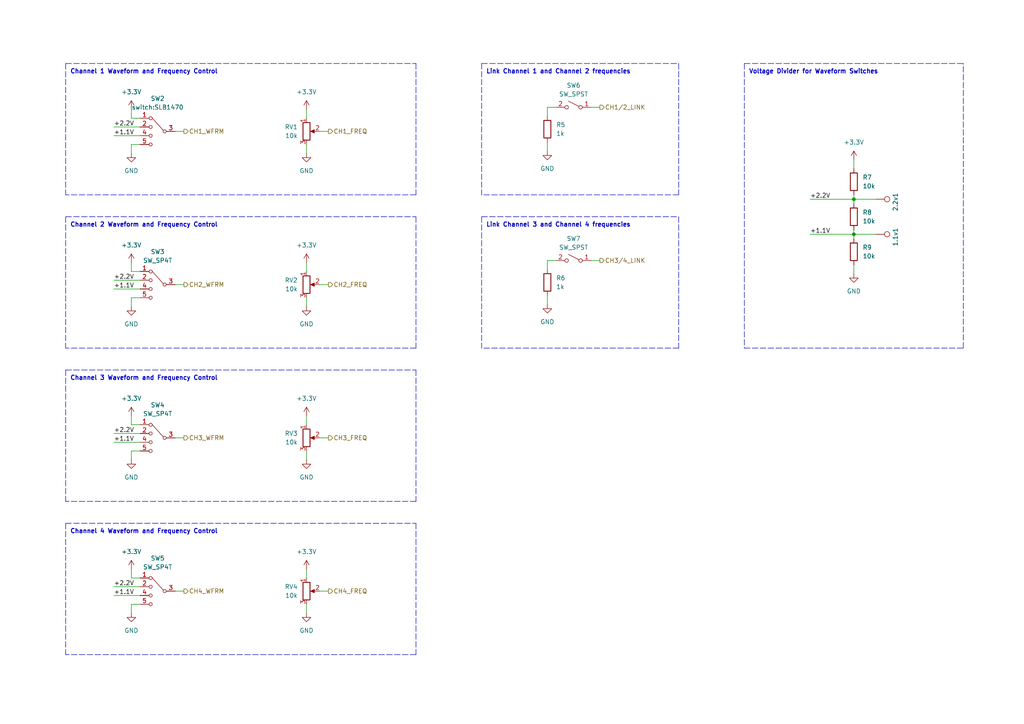
<source format=kicad_sch>
(kicad_sch (version 20231120) (generator "eeschema") (generator_version "8.0")
  (paper "A4")
  (lib_symbols
    (symbol "Connector:TestPoint" (pin_numbers hide) (pin_names (offset 0.762) hide)
      (property "Reference" "TP" (at 0 6.858 0))
      (property "Value" "TestPoint" (at 0 5.08 0))
      (symbol "TestPoint_0_1"
        (circle (center 0 3.302) (radius 0.762))
      )
      (symbol "TestPoint_1_1"
        (pin passive line (at 0 0 90) (length 2.54) (name "1") (number "1"))
      )
    )
    (symbol "Device:R" (pin_numbers hide) (pin_names (offset 0))
      (property "Reference" "R" (at 2.032 0 90))
      (property "Value" "R" (at 0 0 90))
      (symbol "R_0_1"
        (rectangle (start -1.016 -2.54) (end 1.016 2.54) (stroke (width 0.254)))
      )
      (symbol "R_1_1"
        (pin passive line (at 0 3.81 270) (length 1.27) (name "~") (number "1"))
        (pin passive line (at 0 -3.81 90) (length 1.27) (name "~") (number "2"))
      )
    )
    (symbol "Device:R_Potentiometer" (pin_names (offset 1.016) hide)
      (property "Reference" "RV" (at -4.445 0 90))
      (property "Value" "R_Potentiometer" (at -2.54 0 90))
      (symbol "R_Potentiometer_0_1"
        (polyline (pts (xy 2.54 0) (xy 1.524 0)))
        (polyline (pts (xy 1.143 0) (xy 2.286 0.508) (xy 2.286 -0.508) (xy 1.143 0)) (fill (type outline)))
        (rectangle (start 1.016 2.54) (end -1.016 -2.54) (stroke (width 0.254)))
      )
      (symbol "R_Potentiometer_1_1"
        (pin passive line (at 0 3.81 270) (length 1.27) (name "1") (number "1"))
        (pin passive line (at 3.81 0 180) (length 1.27) (name "2") (number "2"))
        (pin passive line (at 0 -3.81 90) (length 1.27) (name "3") (number "3"))
      )
    )
    (symbol "ENEL300:SW_SP4T" (pin_names (offset 0) hide)
      (property "Reference" "SW1" (at 0 8.89 0))
      (property "Value" "SW_SP4T" (at 0 6.35 0))
      (symbol "SW_SP4T_0_1"
        (circle (center -2.032 0) (radius 0.4572))
        (polyline (pts (xy -1.651 0.254) (xy 1.524 3.81)))
        (circle (center 2.032 -3.81) (radius 0.4572))
        (circle (center 2.032 -1.27) (radius 0.4572))
        (circle (center 2.032 1.27) (radius 0.4572))
        (circle (center 2.032 3.81) (radius 0.4572))
      )
      (symbol "SW_SP4T_1_1"
        (pin passive line (at 5.08 3.81 180) (length 2.54) (name "1") (number "1"))
        (pin passive line (at 5.08 1.27 180) (length 2.54) (name "2") (number "2"))
        (pin passive line (at -5.08 0 0) (length 2.54) (name "3") (number "3"))
        (pin passive line (at 5.08 -1.27 180) (length 2.54) (name "4") (number "4"))
        (pin passive line (at 5.08 -3.81 180) (length 2.54) (name "5") (number "5"))
      )
    )
    (symbol "Switch:SW_SPST" (pin_names (offset 0) hide)
      (property "Reference" "SW" (at 0 3.175 0))
      (property "Value" "SW_SPST" (at 0 -2.54 0))
      (symbol "SW_SPST_0_0"
        (circle (center -2.032 0) (radius 0.508))
        (polyline (pts (xy -1.524 0.254) (xy 1.524 1.778)))
        (circle (center 2.032 0) (radius 0.508))
      )
      (symbol "SW_SPST_1_1"
        (pin passive line (at -5.08 0 0) (length 2.54) (name "A") (number "1"))
        (pin passive line (at 5.08 0 180) (length 2.54) (name "B") (number "2"))
      )
    )
    (symbol "power:+3.3V" (power) (pin_names (offset 0))
      (property "Value" "+3.3V" (at 0 3.556 0))
      (symbol "+3.3V_0_1"
        (polyline (pts (xy -0.762 1.27) (xy 0 2.54)))
        (polyline (pts (xy 0 0) (xy 0 2.54)))
        (polyline (pts (xy 0 2.54) (xy 0.762 1.27)))
      )
      (symbol "+3.3V_1_1"
        (pin power_in line (at 0 0 90) (length 0) hide (name "+3.3V") (number "1"))
      )
    )
    (symbol "power:GND" (power) (pin_names (offset 0))
      (property "Value" "GND" (at 0 -3.81 0))
      (symbol "GND_0_1"
        (polyline (pts (xy 0 0) (xy 0 -1.27) (xy 1.27 -1.27) (xy 0 -2.54) (xy -1.27 -1.27) (xy 0 -1.27)))
      )
      (symbol "GND_1_1"
        (pin power_in line (at 0 0 270) (length 0) hide (name "GND") (number "1"))
      )
    )
  )
  (junction (at 247.65 57.785))
  (junction (at 247.65 67.945))
  (wire (pts (xy 247.65 46.355) (xy 247.65 48.895)))
  (wire (pts (xy 38.1 175.26) (xy 38.1 177.8)))
  (polyline (pts (xy 139.7 62.865) (xy 139.7 100.965)) (stroke (width 0) (type dash)))
  (polyline (pts (xy 19.05 151.765) (xy 120.65 151.765)) (stroke (width 0) (type dash)))
  (wire (pts (xy 40.64 130.81) (xy 38.1 130.81)))
  (wire (pts (xy 161.29 31.115) (xy 158.75 31.115)))
  (polyline (pts (xy 196.85 100.965) (xy 139.7 100.965)) (stroke (width 0) (type dash)))
  (wire (pts (xy 92.71 127) (xy 95.25 127)))
  (wire (pts (xy 92.71 38.1) (xy 95.25 38.1)))
  (wire (pts (xy 88.9 165.1) (xy 88.9 167.64)))
  (wire (pts (xy 53.34 171.45) (xy 50.8 171.45)))
  (wire (pts (xy 38.1 120.65) (xy 38.1 123.19)))
  (wire (pts (xy 40.64 86.36) (xy 38.1 86.36)))
  (polyline (pts (xy 139.7 62.865) (xy 196.85 62.865)) (stroke (width 0) (type dash)))
  (polyline (pts (xy 120.65 151.765) (xy 120.65 189.865)) (stroke (width 0) (type dash)))
  (wire (pts (xy 247.65 76.835) (xy 247.65 79.375)))
  (polyline (pts (xy 120.65 189.865) (xy 19.05 189.865)) (stroke (width 0) (type dash)))
  (polyline (pts (xy 19.05 107.315) (xy 19.05 145.415)) (stroke (width 0) (type dash)))
  (polyline (pts (xy 215.9 100.965) (xy 279.4 100.965)) (stroke (width 0) (type dash)))
  (polyline (pts (xy 120.65 62.865) (xy 120.65 100.965)) (stroke (width 0) (type dash)))
  (polyline (pts (xy 279.4 100.965) (xy 279.4 18.415)) (stroke (width 0) (type dash)))
  (wire (pts (xy 38.1 31.75) (xy 38.1 34.29)))
  (polyline (pts (xy 196.85 56.515) (xy 139.7 56.515)) (stroke (width 0) (type dash)))
  (wire (pts (xy 40.64 39.37) (xy 33.02 39.37)))
  (wire (pts (xy 40.64 167.64) (xy 38.1 167.64)))
  (wire (pts (xy 247.65 57.785) (xy 247.65 59.055)))
  (wire (pts (xy 92.71 171.45) (xy 95.25 171.45)))
  (polyline (pts (xy 120.65 145.415) (xy 19.05 145.415)) (stroke (width 0) (type dash)))
  (wire (pts (xy 88.9 86.36) (xy 88.9 88.9)))
  (wire (pts (xy 88.9 31.75) (xy 88.9 34.29)))
  (wire (pts (xy 40.64 81.28) (xy 33.02 81.28)))
  (wire (pts (xy 234.95 57.785) (xy 247.65 57.785)))
  (polyline (pts (xy 19.05 18.415) (xy 19.05 56.515)) (stroke (width 0) (type dash)))
  (polyline (pts (xy 139.7 18.415) (xy 139.7 56.515)) (stroke (width 0) (type dash)))
  (wire (pts (xy 40.64 123.19) (xy 38.1 123.19)))
  (wire (pts (xy 247.65 66.675) (xy 247.65 67.945)))
  (wire (pts (xy 247.65 56.515) (xy 247.65 57.785)))
  (wire (pts (xy 38.1 165.1) (xy 38.1 167.64)))
  (wire (pts (xy 40.64 36.83) (xy 33.02 36.83)))
  (wire (pts (xy 88.9 41.91) (xy 88.9 44.45)))
  (wire (pts (xy 247.65 57.785) (xy 254 57.785)))
  (polyline (pts (xy 19.05 151.765) (xy 19.05 189.865)) (stroke (width 0) (type dash)))
  (polyline (pts (xy 19.05 62.865) (xy 120.65 62.865)) (stroke (width 0) (type dash)))
  (wire (pts (xy 53.34 38.1) (xy 50.8 38.1)))
  (wire (pts (xy 171.45 31.115) (xy 173.99 31.115)))
  (wire (pts (xy 38.1 86.36) (xy 38.1 88.9)))
  (polyline (pts (xy 120.65 56.515) (xy 19.05 56.515)) (stroke (width 0) (type dash)))
  (wire (pts (xy 40.64 83.82) (xy 33.02 83.82)))
  (wire (pts (xy 158.75 41.275) (xy 158.75 43.815)))
  (polyline (pts (xy 120.65 107.315) (xy 120.65 145.415)) (stroke (width 0) (type dash)))
  (wire (pts (xy 247.65 67.945) (xy 247.65 69.215)))
  (wire (pts (xy 88.9 120.65) (xy 88.9 123.19)))
  (wire (pts (xy 158.75 75.565) (xy 158.75 78.105)))
  (wire (pts (xy 40.64 125.73) (xy 33.02 125.73)))
  (polyline (pts (xy 139.7 18.415) (xy 196.85 18.415)) (stroke (width 0) (type dash)))
  (polyline (pts (xy 215.9 18.415) (xy 215.9 100.965)) (stroke (width 0) (type dash)))
  (wire (pts (xy 171.45 75.565) (xy 173.99 75.565)))
  (wire (pts (xy 158.75 31.115) (xy 158.75 33.655)))
  (polyline (pts (xy 19.05 18.415) (xy 120.65 18.415)) (stroke (width 0) (type dash)))
  (wire (pts (xy 40.64 172.72) (xy 33.02 172.72)))
  (wire (pts (xy 40.64 175.26) (xy 38.1 175.26)))
  (wire (pts (xy 88.9 130.81) (xy 88.9 133.35)))
  (wire (pts (xy 40.64 41.91) (xy 38.1 41.91)))
  (wire (pts (xy 53.34 127) (xy 50.8 127)))
  (polyline (pts (xy 120.65 100.965) (xy 19.05 100.965)) (stroke (width 0) (type dash)))
  (wire (pts (xy 247.65 67.945) (xy 254 67.945)))
  (wire (pts (xy 234.95 67.945) (xy 247.65 67.945)))
  (polyline (pts (xy 19.05 107.315) (xy 120.65 107.315)) (stroke (width 0) (type dash)))
  (polyline (pts (xy 19.05 62.865) (xy 19.05 100.965)) (stroke (width 0) (type dash)))
  (polyline (pts (xy 215.9 18.415) (xy 279.4 18.415)) (stroke (width 0) (type dash)))
  (wire (pts (xy 88.9 76.2) (xy 88.9 78.74)))
  (polyline (pts (xy 120.65 18.415) (xy 120.65 56.515)) (stroke (width 0) (type dash)))
  (wire (pts (xy 88.9 175.26) (xy 88.9 177.8)))
  (wire (pts (xy 40.64 128.27) (xy 33.02 128.27)))
  (wire (pts (xy 53.34 82.55) (xy 50.8 82.55)))
  (wire (pts (xy 38.1 130.81) (xy 38.1 133.35)))
  (polyline (pts (xy 196.85 62.865) (xy 196.85 100.965)) (stroke (width 0) (type dash)))
  (wire (pts (xy 40.64 34.29) (xy 38.1 34.29)))
  (polyline (pts (xy 196.85 18.415) (xy 196.85 56.515)) (stroke (width 0) (type dash)))
  (wire (pts (xy 38.1 41.91) (xy 38.1 44.45)))
  (wire (pts (xy 161.29 75.565) (xy 158.75 75.565)))
  (wire (pts (xy 38.1 76.2) (xy 38.1 78.74)))
  (wire (pts (xy 92.71 82.55) (xy 95.25 82.55)))
  (wire (pts (xy 40.64 170.18) (xy 33.02 170.18)))
  (wire (pts (xy 40.64 78.74) (xy 38.1 78.74)))
  (wire (pts (xy 158.75 85.725) (xy 158.75 88.265)))
  (text "Channel 4 Waveform and Frequency Control" (at 20.32 154.94 0) (effects (font (size 1.27 1.27) (thickness 0.254) (bold yes)) (justify left bottom)))
  (text "Channel 2 Waveform and Frequency Control" (at 20.32 66.04 0) (effects (font (size 1.27 1.27) (thickness 0.254) (bold yes)) (justify left bottom)))
  (text "Link Channel 1 and Channel 2 frequencies" (at 140.97 21.59 0) (effects (font (size 1.27 1.27) (thickness 0.254) (bold yes)) (justify left bottom)))
  (text "Link Channel 3 and Channel 4 frequencies" (at 140.97 66.04 0) (effects (font (size 1.27 1.27) (thickness 0.254) (bold yes)) (justify left bottom)))
  (text "Channel 1 Waveform and Frequency Control" (at 20.32 21.59 0) (effects (font (size 1.27 1.27) (thickness 0.254) (bold yes)) (justify left bottom)))
  (text "Channel 3 Waveform and Frequency Control" (at 20.32 110.49 0) (effects (font (size 1.27 1.27) (thickness 0.254) (bold yes)) (justify left bottom)))
  (text "Voltage Divider for Waveform Switches" (at 217.17 21.59 0) (effects (font (size 1.27 1.27) (bold yes)) (justify left bottom)))
  (label "+2.2V" (at 33.02 125.73 0))
  (label "+1.1V" (at 33.02 128.27 0))
  (label "+1.1V" (at 33.02 83.82 0))
  (label "+1.1V" (at 234.95 67.945 0))
  (label "+2.2V" (at 33.02 81.28 0))
  (label "+2.2V" (at 33.02 170.18 0))
  (label "+1.1V" (at 33.02 39.37 0))
  (label "+2.2V" (at 234.95 57.785 0))
  (label "+2.2V" (at 33.02 36.83 0))
  (label "+1.1V" (at 33.02 172.72 0))
  (hierarchical_label "CH1{slash}2_LINK" (shape output) (at 173.99 31.115 0))
  (hierarchical_label "CH3_FREQ" (shape output) (at 95.25 127 0))
  (hierarchical_label "CH3_WFRM" (shape output) (at 53.34 127 0))
  (hierarchical_label "CH4_FREQ" (shape output) (at 95.25 171.45 0))
  (hierarchical_label "CH1_WFRM" (shape output) (at 53.34 38.1 0))
  (hierarchical_label "CH1_FREQ" (shape output) (at 95.25 38.1 0))
  (hierarchical_label "CH2_WFRM" (shape output) (at 53.34 82.55 0))
  (hierarchical_label "CH4_WFRM" (shape output) (at 53.34 171.45 0))
  (hierarchical_label "CH2_FREQ" (shape output) (at 95.25 82.55 0))
  (hierarchical_label "CH3{slash}4_LINK" (shape output) (at 173.99 75.565 0))
  (symbol (lib_id "power:+3.3V") (at 88.9 76.2 0) (mirror y) (unit 1)
    (property "Reference" "#PWR046" (effects (hide yes)))
    (property "Value" "+3.3V" (at 88.9 71.12 0))
    (instances (project "function_gen" (path "" (reference "#PWR046") (unit 1))) (project "ENEL300Group16" (path "" (reference "#PWR0106") (unit 1)) (path "" (reference "#PWR0176") (unit 1))) (project "function_generator" (path "" (reference "#PWR041") (unit 1))))
  )
  (symbol (lib_id "power:GND") (at 88.9 177.8 0) (mirror y) (unit 1)
    (property "Reference" "#PWR051" (effects (hide yes)))
    (property "Value" "GND" (at 88.9 182.88 0))
    (instances (project "function_gen" (path "" (reference "#PWR051") (unit 1))) (project "ENEL300Group16" (path "" (reference "#PWR0118") (unit 1)) (path "" (reference "#PWR0181") (unit 1))) (project "function_generator" (path "" (reference "#PWR046") (unit 1))))
  )
  (symbol (lib_id "ENEL300:SW_SP4T") (at 45.72 82.55 0) (mirror y) (unit 1)
    (property "Reference" "SW3" (at 45.72 73.025 0))
    (property "Value" "SW_SP4T" (at 45.72 75.565 0))
    (property "Footprint" "switch:SLB1470" (effects (hide yes)))
    (instances (project "function_gen" (path "" (reference "SW3") (unit 1))) (project "ENEL300Group16" (path "" (reference "SW5") (unit 1)) (path "" (reference "SW10") (unit 1))) (project "function_generator" (path "" (reference "SW2") (unit 1))))
  )
  (symbol (lib_id "Device:R_Potentiometer") (at 88.9 127 0) (unit 1)
    (property "Reference" "RV3" (at 86.36 125.73 0) (effects (justify right)))
    (property "Value" "10k" (at 86.36 128.27 0) (effects (justify right)))
    (property "Footprint" "Potentiometer_THT:Potentiometer_Vishay_T73YP_Vertical" (effects (hide yes)))
    (instances (project "function_gen" (path "" (reference "RV3") (unit 1))) (project "ENEL300Group16" (path "" (reference "RV10") (unit 1)) (path "" (reference "RV14") (unit 1))) (project "function_generator" (path "" (reference "RV3") (unit 1))))
  )
  (symbol (lib_id "power:+3.3V") (at 38.1 165.1 0) (mirror y) (unit 1)
    (property "Reference" "#PWR042" (effects (hide yes)))
    (property "Value" "+3.3V" (at 38.1 160.02 0))
    (instances (project "function_gen" (path "" (reference "#PWR042") (unit 1))) (project "ENEL300Group16" (path "" (reference "#PWR0115") (unit 1)) (path "" (reference "#PWR0172") (unit 1))) (project "function_generator" (path "" (reference "#PWR037") (unit 1))))
  )
  (symbol (lib_id "Switch:SW_SPST") (at 166.37 75.565 0) (mirror y) (unit 1)
    (property "Reference" "SW7" (at 166.37 69.215 0))
    (property "Value" "SW_SPST" (at 166.37 71.755 0))
    (property "Footprint" "Button_Switch_THT:SW_CuK_JS202011CQN_DPDT_Straight" (effects (hide yes)))
    (instances (project "function_gen" (path "" (reference "SW7") (unit 1))) (project "ENEL300Group16" (path "" (reference "SW4") (unit 1)) (path "" (reference "SW14") (unit 1))) (project "function_generator" (path "" (reference "SW6") (unit 1))))
  )
  (symbol (lib_id "ENEL300:SW_SP4T") (at 45.72 171.45 0) (mirror y) (unit 1)
    (property "Reference" "SW5" (at 45.72 161.925 0))
    (property "Value" "SW_SP4T" (at 45.72 164.465 0))
    (property "Footprint" "switch:SLB1470" (effects (hide yes)))
    (instances (project "function_gen" (path "" (reference "SW5") (unit 1))) (project "ENEL300Group16" (path "" (reference "SW7") (unit 1)) (path "" (reference "SW12") (unit 1))) (project "function_generator" (path "" (reference "SW4") (unit 1))))
  )
  (symbol (lib_id "power:+3.3V") (at 88.9 165.1 0) (mirror y) (unit 1)
    (property "Reference" "#PWR050" (effects (hide yes)))
    (property "Value" "+3.3V" (at 88.9 160.02 0))
    (instances (project "function_gen" (path "" (reference "#PWR050") (unit 1))) (project "ENEL300Group16" (path "" (reference "#PWR0116") (unit 1)) (path "" (reference "#PWR0180") (unit 1))) (project "function_generator" (path "" (reference "#PWR045") (unit 1))))
  )
  (symbol (lib_id "power:+3.3V") (at 88.9 120.65 0) (mirror y) (unit 1)
    (property "Reference" "#PWR048" (effects (hide yes)))
    (property "Value" "+3.3V" (at 88.9 115.57 0))
    (instances (project "function_gen" (path "" (reference "#PWR048") (unit 1))) (project "ENEL300Group16" (path "" (reference "#PWR0112") (unit 1)) (path "" (reference "#PWR0178") (unit 1))) (project "function_generator" (path "" (reference "#PWR043") (unit 1))))
  )
  (symbol (lib_id "power:GND") (at 88.9 44.45 0) (mirror y) (unit 1)
    (property "Reference" "#PWR045" (effects (hide yes)))
    (property "Value" "GND" (at 88.9 49.53 0))
    (instances (project "function_gen" (path "" (reference "#PWR045") (unit 1))) (project "ENEL300Group16" (path "" (reference "#PWR0103") (unit 1)) (path "" (reference "#PWR0175") (unit 1))) (project "function_generator" (path "" (reference "#PWR040") (unit 1))))
  )
  (symbol (lib_id "power:+3.3V") (at 38.1 76.2 0) (mirror y) (unit 1)
    (property "Reference" "#PWR038" (effects (hide yes)))
    (property "Value" "+3.3V" (at 38.1 71.12 0))
    (instances (project "function_gen" (path "" (reference "#PWR038") (unit 1))) (project "ENEL300Group16" (path "" (reference "#PWR0105") (unit 1)) (path "" (reference "#PWR0168") (unit 1))) (project "function_generator" (path "" (reference "#PWR033") (unit 1))))
  )
  (symbol (lib_id "Device:R_Potentiometer") (at 88.9 82.55 0) (unit 1)
    (property "Reference" "RV2" (at 86.36 81.28 0) (effects (justify right)))
    (property "Value" "10k" (at 86.36 83.82 0) (effects (justify right)))
    (property "Footprint" "Potentiometer_THT:Potentiometer_Vishay_T73YP_Vertical" (effects (hide yes)))
    (instances (project "function_gen" (path "" (reference "RV2") (unit 1))) (project "ENEL300Group16" (path "" (reference "RV9") (unit 1)) (path "" (reference "RV13") (unit 1))) (project "function_generator" (path "" (reference "RV2") (unit 1))))
  )
  (symbol (lib_id "Device:R") (at 158.75 37.465 0) (mirror y) (unit 1)
    (property "Reference" "R5" (at 161.29 36.195 0) (effects (justify right)))
    (property "Value" "1k" (at 161.29 38.735 0) (effects (justify right)))
    (property "Footprint" "Resistor_SMD:R_0805_2012Metric" (effects (hide yes)))
    (instances (project "function_gen" (path "" (reference "R5") (unit 1))) (project "ENEL300Group16" (path "" (reference "R54") (unit 1)) (path "" (reference "R28") (unit 1))) (project "function_generator" (path "" (reference "R3") (unit 1))))
  )
  (symbol (lib_id "Connector:TestPoint") (at 254 57.785 270) (unit 1)
    (property "Reference" "2.2v1" (at 259.715 55.88 0) (effects (justify left)))
    (property "Value" "TestPoint" (effects (hide yes)))
    (property "Footprint" "TestPoint:TestPoint_Pad_D1.5mm" (effects (hide yes)))
    (instances (project "function_gen" (path "" (reference "2.2v1") (unit 1))) (project "ENEL300Group16" (path "" (reference "TP6") (unit 1)) (path "" (reference "TP12") (unit 1))))
  )
  (symbol (lib_id "power:GND") (at 247.65 79.375 0) (unit 1)
    (property "Reference" "#PWR055" (effects (hide yes)))
    (property "Value" "GND" (at 247.65 84.455 0))
    (instances (project "function_gen" (path "" (reference "#PWR055") (unit 1))) (project "ENEL300Group16" (path "" (reference "#PWR0107") (unit 1)) (path "" (reference "#PWR0185") (unit 1))) (project "function_generator" (path "" (reference "#PWR050") (unit 1))))
  )
  (symbol (lib_id "power:GND") (at 38.1 133.35 0) (mirror y) (unit 1)
    (property "Reference" "#PWR041" (effects (hide yes)))
    (property "Value" "GND" (at 38.1 138.43 0))
    (instances (project "function_gen" (path "" (reference "#PWR041") (unit 1))) (project "ENEL300Group16" (path "" (reference "#PWR0113") (unit 1)) (path "" (reference "#PWR0171") (unit 1))) (project "function_generator" (path "" (reference "#PWR036") (unit 1))))
  )
  (symbol (lib_id "Device:R_Potentiometer") (at 88.9 38.1 0) (unit 1)
    (property "Reference" "RV1" (at 86.36 36.83 0) (effects (justify right)))
    (property "Value" "10k" (at 86.36 39.37 0) (effects (justify right)))
    (property "Footprint" "Potentiometer_THT:Potentiometer_Vishay_T73YP_Vertical" (effects (hide yes)))
    (instances (project "function_gen" (path "" (reference "RV1") (unit 1))) (project "ENEL300Group16" (path "" (reference "RV8") (unit 1)) (path "" (reference "RV12") (unit 1))) (project "function_generator" (path "" (reference "RV1") (unit 1))))
  )
  (symbol (lib_id "Switch:SW_SPST") (at 166.37 31.115 0) (mirror y) (unit 1)
    (property "Reference" "SW6" (at 166.37 24.765 0))
    (property "Value" "SW_SPST" (at 166.37 27.305 0))
    (property "Footprint" "Button_Switch_THT:SW_CuK_JS202011CQN_DPDT_Straight" (effects (hide yes)))
    (instances (project "function_gen" (path "" (reference "SW6") (unit 1))) (project "ENEL300Group16" (path "" (reference "SW2") (unit 1)) (path "" (reference "SW13") (unit 1))) (project "function_generator" (path "" (reference "SW5") (unit 1))))
  )
  (symbol (lib_id "Connector:TestPoint") (at 254 67.945 270) (unit 1)
    (property "Reference" "1.1v1" (at 259.715 66.04 0) (effects (justify left)))
    (property "Value" "TestPoint" (effects (hide yes)))
    (property "Footprint" "TestPoint:TestPoint_Pad_D1.5mm" (effects (hide yes)))
    (instances (project "function_gen" (path "" (reference "1.1v1") (unit 1))) (project "ENEL300Group16" (path "" (reference "TP6") (unit 1)) (path "" (reference "TP12") (unit 1))))
  )
  (symbol (lib_id "power:+3.3V") (at 38.1 120.65 0) (mirror y) (unit 1)
    (property "Reference" "#PWR040" (effects (hide yes)))
    (property "Value" "+3.3V" (at 38.1 115.57 0))
    (instances (project "function_gen" (path "" (reference "#PWR040") (unit 1))) (project "ENEL300Group16" (path "" (reference "#PWR0111") (unit 1)) (path "" (reference "#PWR0170") (unit 1))) (project "function_generator" (path "" (reference "#PWR035") (unit 1))))
  )
  (symbol (lib_id "ENEL300:SW_SP4T") (at 45.72 127 0) (mirror y) (unit 1)
    (property "Reference" "SW4" (at 45.72 117.475 0))
    (property "Value" "SW_SP4T" (at 45.72 120.015 0))
    (property "Footprint" "switch:SLB1470" (effects (hide yes)))
    (instances (project "function_gen" (path "" (reference "SW4") (unit 1))) (project "ENEL300Group16" (path "" (reference "SW6") (unit 1)) (path "" (reference "SW11") (unit 1))) (project "function_generator" (path "" (reference "SW3") (unit 1))))
  )
  (symbol (lib_id "power:+3.3V") (at 247.65 46.355 0) (unit 1)
    (property "Reference" "#PWR054" (effects (hide yes)))
    (property "Value" "+3.3V" (at 247.65 41.275 0))
    (instances (project "function_gen" (path "" (reference "#PWR054") (unit 1))) (project "ENEL300Group16" (path "" (reference "#PWR0104") (unit 1)) (path "" (reference "#PWR0184") (unit 1))) (project "function_generator" (path "" (reference "#PWR049") (unit 1))))
  )
  (symbol (lib_id "power:GND") (at 38.1 88.9 0) (mirror y) (unit 1)
    (property "Reference" "#PWR039" (effects (hide yes)))
    (property "Value" "GND" (at 38.1 93.98 0))
    (instances (project "function_gen" (path "" (reference "#PWR039") (unit 1))) (project "ENEL300Group16" (path "" (reference "#PWR0109") (unit 1)) (path "" (reference "#PWR0169") (unit 1))) (project "function_generator" (path "" (reference "#PWR034") (unit 1))))
  )
  (symbol (lib_id "ENEL300:SW_SP4T") (at 45.72 38.1 0) (mirror y) (unit 1)
    (property "Reference" "SW2" (at 45.72 28.575 0))
    (property "Value" "switch:SLB1470" (at 45.72 31.115 0))
    (property "Footprint" "switch:SLB1470" (effects (hide yes)))
    (instances (project "function_gen" (path "" (reference "SW2") (unit 1))) (project "ENEL300Group16" (path "" (reference "SW3") (unit 1)) (path "" (reference "SW9") (unit 1))) (project "function_generator" (path "" (reference "SW1") (unit 1))))
  )
  (symbol (lib_id "power:GND") (at 158.75 43.815 0) (unit 1)
    (property "Reference" "#PWR052" (effects (hide yes)))
    (property "Value" "GND" (at 158.75 48.895 0))
    (instances (project "function_gen" (path "" (reference "#PWR052") (unit 1))) (project "ENEL300Group16" (path "" (reference "#PWR0101") (unit 1)) (path "" (reference "#PWR0182") (unit 1))) (project "function_generator" (path "" (reference "#PWR047") (unit 1))))
  )
  (symbol (lib_id "power:GND") (at 38.1 177.8 0) (mirror y) (unit 1)
    (property "Reference" "#PWR043" (effects (hide yes)))
    (property "Value" "GND" (at 38.1 182.88 0))
    (instances (project "function_gen" (path "" (reference "#PWR043") (unit 1))) (project "ENEL300Group16" (path "" (reference "#PWR0117") (unit 1)) (path "" (reference "#PWR0173") (unit 1))) (project "function_generator" (path "" (reference "#PWR038") (unit 1))))
  )
  (symbol (lib_id "power:GND") (at 38.1 44.45 0) (mirror y) (unit 1)
    (property "Reference" "#PWR037" (effects (hide yes)))
    (property "Value" "GND" (at 38.1 49.53 0))
    (instances (project "function_gen" (path "" (reference "#PWR037") (unit 1))) (project "ENEL300Group16" (path "" (reference "#PWR0102") (unit 1)) (path "" (reference "#PWR0167") (unit 1))) (project "function_generator" (path "" (reference "#PWR032") (unit 1))))
  )
  (symbol (lib_id "power:+3.3V") (at 38.1 31.75 0) (mirror y) (unit 1)
    (property "Reference" "#PWR036" (effects (hide yes)))
    (property "Value" "+3.3V" (at 38.1 26.67 0))
    (instances (project "function_gen" (path "" (reference "#PWR036") (unit 1))) (project "ENEL300Group16" (path "" (reference "#PWR099") (unit 1)) (path "" (reference "#PWR0166") (unit 1))) (project "function_generator" (path "" (reference "#PWR031") (unit 1))))
  )
  (symbol (lib_id "power:GND") (at 88.9 88.9 0) (mirror y) (unit 1)
    (property "Reference" "#PWR047" (effects (hide yes)))
    (property "Value" "GND" (at 88.9 93.98 0))
    (instances (project "function_gen" (path "" (reference "#PWR047") (unit 1))) (project "ENEL300Group16" (path "" (reference "#PWR0110") (unit 1)) (path "" (reference "#PWR0177") (unit 1))) (project "function_generator" (path "" (reference "#PWR042") (unit 1))))
  )
  (symbol (lib_id "Device:R") (at 247.65 52.705 0) (unit 1)
    (property "Reference" "R7" (at 250.19 51.435 0) (effects (justify left)))
    (property "Value" "10k" (at 250.19 53.975 0) (effects (justify left)))
    (property "Footprint" "Resistor_SMD:R_0805_2012Metric" (effects (hide yes)))
    (instances (project "function_gen" (path "" (reference "R7") (unit 1))) (project "ENEL300Group16" (path "" (reference "R55") (unit 1)) (path "" (reference "R30") (unit 1))) (project "function_generator" (path "" (reference "R5") (unit 1))))
  )
  (symbol (lib_id "power:GND") (at 88.9 133.35 0) (mirror y) (unit 1)
    (property "Reference" "#PWR049" (effects (hide yes)))
    (property "Value" "GND" (at 88.9 138.43 0))
    (instances (project "function_gen" (path "" (reference "#PWR049") (unit 1))) (project "ENEL300Group16" (path "" (reference "#PWR0114") (unit 1)) (path "" (reference "#PWR0179") (unit 1))) (project "function_generator" (path "" (reference "#PWR044") (unit 1))))
  )
  (symbol (lib_id "Device:R") (at 247.65 73.025 0) (unit 1)
    (property "Reference" "R9" (at 250.19 71.755 0) (effects (justify left)))
    (property "Value" "10k" (at 250.19 74.295 0) (effects (justify left)))
    (property "Footprint" "Resistor_SMD:R_0805_2012Metric" (effects (hide yes)))
    (instances (project "function_gen" (path "" (reference "R9") (unit 1))) (project "ENEL300Group16" (path "" (reference "R57") (unit 1)) (path "" (reference "R32") (unit 1))) (project "function_generator" (path "" (reference "R7") (unit 1))))
  )
  (symbol (lib_id "Device:R") (at 247.65 62.865 0) (unit 1)
    (property "Reference" "R8" (at 250.19 61.595 0) (effects (justify left)))
    (property "Value" "10k" (at 250.19 64.135 0) (effects (justify left)))
    (property "Footprint" "Resistor_SMD:R_0805_2012Metric" (effects (hide yes)))
    (instances (project "function_gen" (path "" (reference "R8") (unit 1))) (project "ENEL300Group16" (path "" (reference "R56") (unit 1)) (path "" (reference "R31") (unit 1))) (project "function_generator" (path "" (reference "R6") (unit 1))))
  )
  (symbol (lib_id "Device:R_Potentiometer") (at 88.9 171.45 0) (unit 1)
    (property "Reference" "RV4" (at 86.36 170.18 0) (effects (justify right)))
    (property "Value" "10k" (at 86.36 172.72 0) (effects (justify right)))
    (property "Footprint" "Potentiometer_THT:Potentiometer_Vishay_T73YP_Vertical" (effects (hide yes)))
    (instances (project "function_gen" (path "" (reference "RV4") (unit 1))) (project "ENEL300Group16" (path "" (reference "RV11") (unit 1)) (path "" (reference "RV15") (unit 1))) (project "function_generator" (path "" (reference "RV4") (unit 1))))
  )
  (symbol (lib_id "Device:R") (at 158.75 81.915 0) (mirror y) (unit 1)
    (property "Reference" "R6" (at 161.29 80.645 0) (effects (justify right)))
    (property "Value" "1k" (at 161.29 83.185 0) (effects (justify right)))
    (property "Footprint" "Resistor_SMD:R_0805_2012Metric" (effects (hide yes)))
    (instances (project "function_gen" (path "" (reference "R6") (unit 1))) (project "ENEL300Group16" (path "" (reference "R58") (unit 1)) (path "" (reference "R29") (unit 1))) (project "function_generator" (path "" (reference "R4") (unit 1))))
  )
  (symbol (lib_id "power:GND") (at 158.75 88.265 0) (unit 1)
    (property "Reference" "#PWR053" (effects (hide yes)))
    (property "Value" "GND" (at 158.75 93.345 0))
    (instances (project "function_gen" (path "" (reference "#PWR053") (unit 1))) (project "ENEL300Group16" (path "" (reference "#PWR0108") (unit 1)) (path "" (reference "#PWR0183") (unit 1))) (project "function_generator" (path "" (reference "#PWR048") (unit 1))))
  )
  (symbol (lib_id "power:+3.3V") (at 88.9 31.75 0) (mirror y) (unit 1)
    (property "Reference" "#PWR044" (effects (hide yes)))
    (property "Value" "+3.3V" (at 88.9 26.67 0))
    (instances (project "function_gen" (path "" (reference "#PWR044") (unit 1))) (project "ENEL300Group16" (path "" (reference "#PWR0100") (unit 1)) (path "" (reference "#PWR0174") (unit 1))) (project "function_generator" (path "" (reference "#PWR039") (unit 1))))
  )
)
</source>
